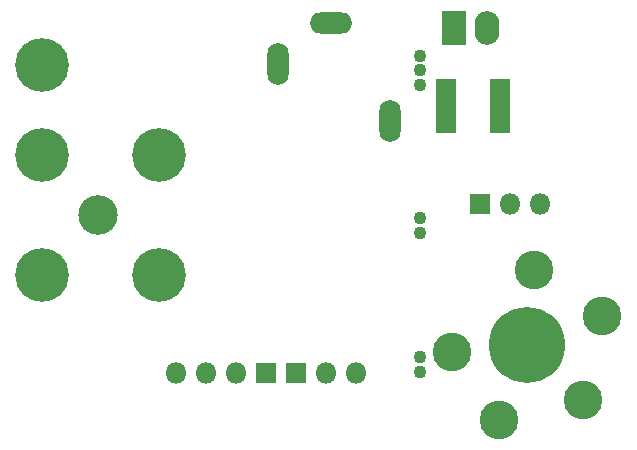
<source format=gbs>
G04 #@! TF.FileFunction,Soldermask,Bot*
%FSLAX46Y46*%
G04 Gerber Fmt 4.6, Leading zero omitted, Abs format (unit mm)*
G04 Created by KiCad (PCBNEW 4.0.2-stable) date 2020-02-08 1:43:22 PM*
%MOMM*%
G01*
G04 APERTURE LIST*
%ADD10C,0.200000*%
%ADD11C,1.100000*%
%ADD12R,1.750000X4.600000*%
%ADD13R,1.800000X1.800000*%
%ADD14O,1.800000X1.800000*%
%ADD15R,2.100000X2.850000*%
%ADD16O,2.100000X2.850000*%
%ADD17C,6.450000*%
%ADD18C,3.275000*%
%ADD19C,3.351200*%
%ADD20C,4.545000*%
%ADD21O,3.600000X1.800000*%
%ADD22O,1.800000X3.600000*%
G04 APERTURE END LIST*
D10*
D11*
X333750000Y-88750000D03*
X333750000Y-87500000D03*
X333750000Y-77000000D03*
X333750000Y-64500000D03*
X333750000Y-63250000D03*
X333750000Y-62000000D03*
X333750000Y-75750000D03*
D12*
X335994026Y-66250932D03*
X340494026Y-66250932D03*
D13*
X320710000Y-88900000D03*
D14*
X318170000Y-88900000D03*
X315630000Y-88900000D03*
X313090000Y-88900000D03*
D13*
X323250000Y-88900000D03*
D14*
X325790000Y-88900000D03*
X328330000Y-88900000D03*
D15*
X336644026Y-59650932D03*
D16*
X339384026Y-59650932D03*
D13*
X338874026Y-74600932D03*
D14*
X341414026Y-74600932D03*
X343954026Y-74600932D03*
D17*
X342854026Y-86500932D03*
D18*
X343412826Y-80150932D03*
X349204026Y-84062532D03*
X336504026Y-87059732D03*
X340415626Y-92850932D03*
X347523759Y-91170665D03*
D19*
X306500000Y-75500000D03*
D20*
X301750200Y-62800000D03*
X301750200Y-70420000D03*
X301750200Y-80580000D03*
X311656200Y-70420000D03*
X311656200Y-80580000D03*
D21*
X326250000Y-59250000D03*
D22*
X321750000Y-62750000D03*
X331250000Y-67550000D03*
M02*

</source>
